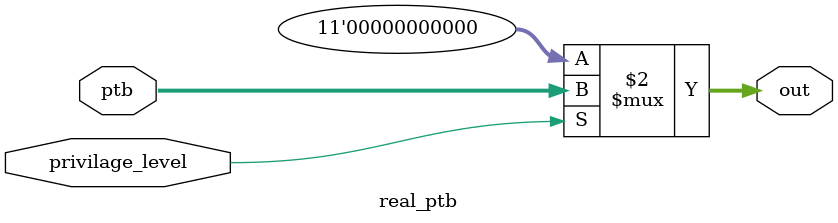
<source format=v>
module real_ptb(
	input [10:0] ptb,
	input privilage_level,
	output [10:0] out
);

assign out = privilage_level ? ptb : 10'b0;
	
endmodule

</source>
